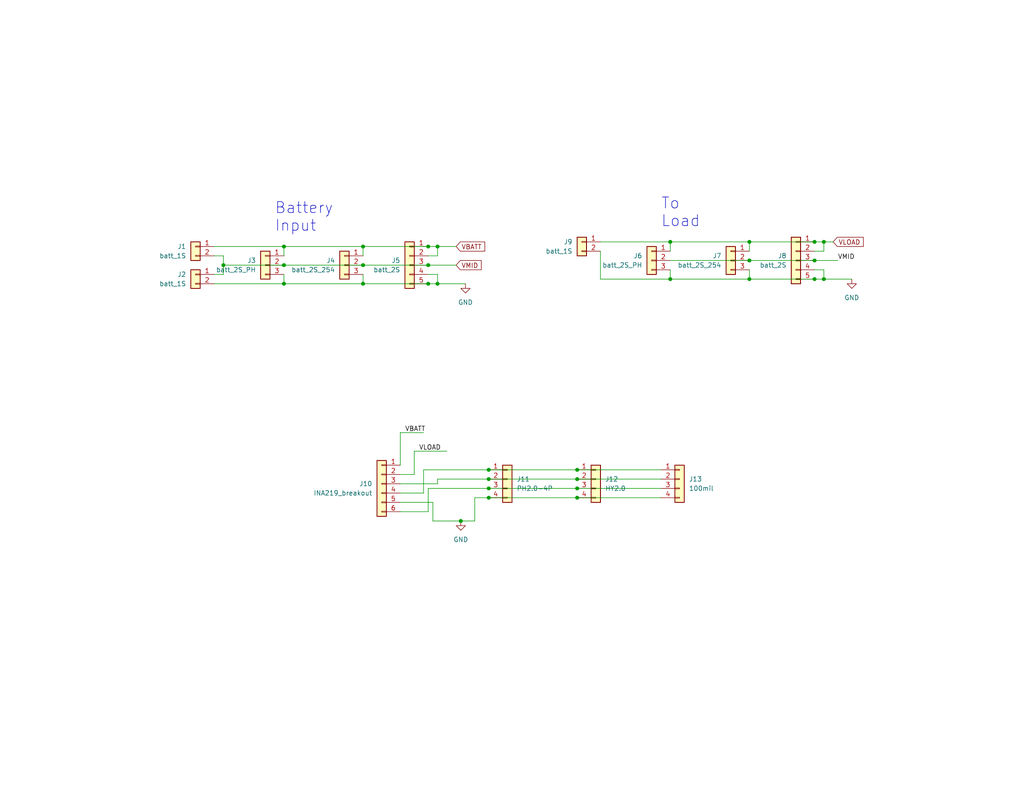
<source format=kicad_sch>
(kicad_sch (version 20230121) (generator eeschema)
  (paper "USLetter")
  (title_block (title "Battery to INA219 module to load") (date "2023-06-18") (comment 1 "Dan White") (comment 2 "Electrical and Computer Engineering") (comment 3 "Valparaiso University"))
  (lib_symbols
    (symbol "Connector_Generic:Conn_01x02" (pin_names (offset 1.016) hide)
      (property "Reference" "J" (at 0 2.54 0))
      (property "Value" "Conn_01x02" (at 0 -5.08 0))
      (symbol "Conn_01x02_1_1"
        (rectangle (start -1.27 -2.413) (end 0 -2.667) (stroke (width 0.1524)))
        (rectangle (start -1.27 0.127) (end 0 -0.127) (stroke (width 0.1524)))
        (rectangle (start -1.27 1.27) (end 1.27 -3.81) (stroke (width 0.254)) (fill (type background)))
        (pin passive line (at -5.08 0 0) (length 3.81) (name "Pin_1") (number "1"))
        (pin passive line (at -5.08 -2.54 0) (length 3.81) (name "Pin_2") (number "2"))
      )
    )
    (symbol "Connector_Generic:Conn_01x03" (pin_names (offset 1.016) hide)
      (property "Reference" "J" (at 0 5.08 0))
      (property "Value" "Conn_01x03" (at 0 -5.08 0))
      (symbol "Conn_01x03_1_1"
        (rectangle (start -1.27 -2.413) (end 0 -2.667) (stroke (width 0.1524)))
        (rectangle (start -1.27 0.127) (end 0 -0.127) (stroke (width 0.1524)))
        (rectangle (start -1.27 2.667) (end 0 2.413) (stroke (width 0.1524)))
        (rectangle (start -1.27 3.81) (end 1.27 -3.81) (stroke (width 0.254)) (fill (type background)))
        (pin passive line (at -5.08 2.54 0) (length 3.81) (name "Pin_1") (number "1"))
        (pin passive line (at -5.08 0 0) (length 3.81) (name "Pin_2") (number "2"))
        (pin passive line (at -5.08 -2.54 0) (length 3.81) (name "Pin_3") (number "3"))
      )
    )
    (symbol "Connector_Generic:Conn_01x04" (pin_names (offset 1.016) hide)
      (property "Reference" "J" (at 0 5.08 0))
      (property "Value" "Conn_01x04" (at 0 -7.62 0))
      (symbol "Conn_01x04_1_1"
        (rectangle (start -1.27 -4.953) (end 0 -5.207) (stroke (width 0.1524)))
        (rectangle (start -1.27 -2.413) (end 0 -2.667) (stroke (width 0.1524)))
        (rectangle (start -1.27 0.127) (end 0 -0.127) (stroke (width 0.1524)))
        (rectangle (start -1.27 2.667) (end 0 2.413) (stroke (width 0.1524)))
        (rectangle (start -1.27 3.81) (end 1.27 -6.35) (stroke (width 0.254)) (fill (type background)))
        (pin passive line (at -5.08 2.54 0) (length 3.81) (name "Pin_1") (number "1"))
        (pin passive line (at -5.08 0 0) (length 3.81) (name "Pin_2") (number "2"))
        (pin passive line (at -5.08 -2.54 0) (length 3.81) (name "Pin_3") (number "3"))
        (pin passive line (at -5.08 -5.08 0) (length 3.81) (name "Pin_4") (number "4"))
      )
    )
    (symbol "Connector_Generic:Conn_01x05" (pin_names (offset 1.016) hide)
      (property "Reference" "J" (at 0 7.62 0))
      (property "Value" "Conn_01x05" (at 0 -7.62 0))
      (symbol "Conn_01x05_1_1"
        (rectangle (start -1.27 -4.953) (end 0 -5.207) (stroke (width 0.1524)))
        (rectangle (start -1.27 -2.413) (end 0 -2.667) (stroke (width 0.1524)))
        (rectangle (start -1.27 0.127) (end 0 -0.127) (stroke (width 0.1524)))
        (rectangle (start -1.27 2.667) (end 0 2.413) (stroke (width 0.1524)))
        (rectangle (start -1.27 5.207) (end 0 4.953) (stroke (width 0.1524)))
        (rectangle (start -1.27 6.35) (end 1.27 -6.35) (stroke (width 0.254)) (fill (type background)))
        (pin passive line (at -5.08 5.08 0) (length 3.81) (name "Pin_1") (number "1"))
        (pin passive line (at -5.08 2.54 0) (length 3.81) (name "Pin_2") (number "2"))
        (pin passive line (at -5.08 0 0) (length 3.81) (name "Pin_3") (number "3"))
        (pin passive line (at -5.08 -2.54 0) (length 3.81) (name "Pin_4") (number "4"))
        (pin passive line (at -5.08 -5.08 0) (length 3.81) (name "Pin_5") (number "5"))
      )
    )
    (symbol "Connector_Generic:Conn_01x06" (pin_names (offset 1.016) hide)
      (property "Reference" "J4" (at 2.54 0 0))
      (property "Value" "Conn_01x06" (at 2.54 -2.54 0))
      (symbol "Conn_01x06_1_1"
        (rectangle (start -1.27 -7.493) (end 0 -7.747) (stroke (width 0.1524)))
        (rectangle (start -1.27 -4.953) (end 0 -5.207) (stroke (width 0.1524)))
        (rectangle (start -1.27 -2.413) (end 0 -2.667) (stroke (width 0.1524)))
        (rectangle (start -1.27 0.127) (end 0 -0.127) (stroke (width 0.1524)))
        (rectangle (start -1.27 2.667) (end 0 2.413) (stroke (width 0.1524)))
        (rectangle (start -1.27 5.207) (end 0 4.953) (stroke (width 0.1524)))
        (rectangle (start -1.27 6.35) (end 1.27 -8.89) (stroke (width 0.254)) (fill (type background)))
        (pin passive line (at -5.08 5.08 0) (length 3.81) (name "Pin_1") (number "1") (alternate "inp" passive line))
        (pin passive line (at -5.08 2.54 0) (length 3.81) (name "Pin_2") (number "2") (alternate "inm" passive line))
        (pin passive line (at -5.08 0 0) (length 3.81) (name "Pin_3") (number "3") (alternate "SDA" passive line))
        (pin passive line (at -5.08 -2.54 0) (length 3.81) (name "Pin_4") (number "4") (alternate "SCL" passive line))
        (pin passive line (at -5.08 -5.08 0) (length 3.81) (name "Pin_5") (number "5") (alternate "GND" passive line))
        (pin passive line (at -5.08 -7.62 0) (length 3.81) (name "Pin_6") (number "6") (alternate "VCC" passive line))
      )
    )
    (symbol "power:GND" (power) (pin_names (offset 0))
      (property "Value" "GND" (at 0 -3.81 0))
      (symbol "GND_0_1"
        (polyline (pts (xy 0 0) (xy 0 -1.27) (xy 1.27 -1.27) (xy 0 -2.54) (xy -1.27 -1.27) (xy 0 -1.27)))
      )
      (symbol "GND_1_1"
        (pin power_in line (at 0 0 270) (length 0) hide (name "GND") (number "1"))
      )
    )
  )
  (junction (at 119.38 67.31))
  (junction (at 133.35 128.27))
  (junction (at 119.38 77.47))
  (junction (at 157.48 128.27))
  (junction (at 125.73 142.24))
  (junction (at 182.88 66.04))
  (junction (at 60.96 72.39))
  (junction (at 204.47 66.04))
  (junction (at 77.47 67.31))
  (junction (at 99.06 67.31))
  (junction (at 224.79 76.2))
  (junction (at 116.84 77.47))
  (junction (at 222.25 71.12))
  (junction (at 77.47 77.47))
  (junction (at 222.25 76.2))
  (junction (at 133.35 130.81))
  (junction (at 116.84 67.31))
  (junction (at 157.48 133.35))
  (junction (at 224.79 66.04))
  (junction (at 204.47 76.2))
  (junction (at 222.25 66.04))
  (junction (at 99.06 77.47))
  (junction (at 99.06 72.39))
  (junction (at 182.88 76.2))
  (junction (at 116.84 72.39))
  (junction (at 77.47 72.39))
  (junction (at 157.48 130.81))
  (junction (at 133.35 135.89))
  (junction (at 204.47 71.12))
  (junction (at 157.48 135.89))
  (junction (at 133.35 133.35))
  (wire (pts (xy 99.06 74.93) (xy 99.06 77.47)))
  (wire (pts (xy 118.11 137.16) (xy 118.11 142.24)))
  (wire (pts (xy 116.84 69.85) (xy 119.38 69.85)))
  (wire (pts (xy 99.06 67.31) (xy 99.06 69.85)))
  (wire (pts (xy 77.47 77.47) (xy 99.06 77.47)))
  (wire (pts (xy 182.88 71.12) (xy 204.47 71.12)))
  (wire (pts (xy 163.83 76.2) (xy 182.88 76.2)))
  (wire (pts (xy 116.84 72.39) (xy 124.46 72.39)))
  (wire (pts (xy 204.47 66.04) (xy 222.25 66.04)))
  (wire (pts (xy 133.35 130.81) (xy 157.48 130.81)))
  (wire (pts (xy 157.48 135.89) (xy 180.34 135.89)))
  (wire (pts (xy 109.22 137.16) (xy 118.11 137.16)))
  (wire (pts (xy 222.25 68.58) (xy 224.79 68.58)))
  (wire (pts (xy 222.25 66.04) (xy 224.79 66.04)))
  (wire (pts (xy 182.88 76.2) (xy 204.47 76.2)))
  (wire (pts (xy 60.96 74.93) (xy 58.42 74.93)))
  (wire (pts (xy 224.79 73.66) (xy 224.79 76.2)))
  (wire (pts (xy 116.84 139.7) (xy 109.22 139.7)))
  (wire (pts (xy 58.42 67.31) (xy 77.47 67.31)))
  (wire (pts (xy 125.73 142.24) (xy 129.54 142.24)))
  (wire (pts (xy 127 77.47) (xy 119.38 77.47)))
  (wire (pts (xy 116.84 133.35) (xy 116.84 139.7)))
  (wire (pts (xy 119.38 67.31) (xy 124.46 67.31)))
  (wire (pts (xy 77.47 74.93) (xy 77.47 77.47)))
  (wire (pts (xy 99.06 72.39) (xy 116.84 72.39)))
  (wire (pts (xy 116.84 77.47) (xy 119.38 77.47)))
  (wire (pts (xy 113.03 123.19) (xy 121.92 123.19)))
  (wire (pts (xy 182.88 66.04) (xy 182.88 68.58)))
  (wire (pts (xy 99.06 67.31) (xy 116.84 67.31)))
  (wire (pts (xy 232.41 76.2) (xy 224.79 76.2)))
  (wire (pts (xy 119.38 69.85) (xy 119.38 67.31)))
  (wire (pts (xy 58.42 77.47) (xy 77.47 77.47)))
  (wire (pts (xy 60.96 72.39) (xy 77.47 72.39)))
  (wire (pts (xy 60.96 69.85) (xy 60.96 72.39)))
  (wire (pts (xy 163.83 66.04) (xy 182.88 66.04)))
  (wire (pts (xy 58.42 69.85) (xy 60.96 69.85)))
  (wire (pts (xy 163.83 68.58) (xy 163.83 76.2)))
  (wire (pts (xy 157.48 128.27) (xy 180.34 128.27)))
  (wire (pts (xy 109.22 129.54) (xy 113.03 129.54)))
  (wire (pts (xy 204.47 66.04) (xy 204.47 68.58)))
  (wire (pts (xy 115.57 128.27) (xy 133.35 128.27)))
  (wire (pts (xy 77.47 67.31) (xy 99.06 67.31)))
  (wire (pts (xy 133.35 133.35) (xy 157.48 133.35)))
  (wire (pts (xy 133.35 135.89) (xy 157.48 135.89)))
  (wire (pts (xy 77.47 67.31) (xy 77.47 69.85)))
  (wire (pts (xy 133.35 130.81) (xy 119.38 130.81)))
  (wire (pts (xy 109.22 118.11) (xy 115.57 118.11)))
  (wire (pts (xy 109.22 127) (xy 109.22 118.11)))
  (wire (pts (xy 133.35 128.27) (xy 157.48 128.27)))
  (wire (pts (xy 116.84 67.31) (xy 119.38 67.31)))
  (wire (pts (xy 204.47 76.2) (xy 222.25 76.2)))
  (wire (pts (xy 204.47 71.12) (xy 222.25 71.12)))
  (wire (pts (xy 133.35 133.35) (xy 116.84 133.35)))
  (wire (pts (xy 109.22 134.62) (xy 115.57 134.62)))
  (wire (pts (xy 222.25 76.2) (xy 224.79 76.2)))
  (wire (pts (xy 99.06 77.47) (xy 116.84 77.47)))
  (wire (pts (xy 118.11 142.24) (xy 125.73 142.24)))
  (wire (pts (xy 129.54 135.89) (xy 133.35 135.89)))
  (wire (pts (xy 157.48 130.81) (xy 180.34 130.81)))
  (wire (pts (xy 109.22 132.08) (xy 119.38 132.08)))
  (wire (pts (xy 77.47 72.39) (xy 99.06 72.39)))
  (wire (pts (xy 157.48 133.35) (xy 180.34 133.35)))
  (wire (pts (xy 182.88 73.66) (xy 182.88 76.2)))
  (wire (pts (xy 115.57 134.62) (xy 115.57 128.27)))
  (wire (pts (xy 224.79 66.04) (xy 227.33 66.04)))
  (wire (pts (xy 119.38 74.93) (xy 119.38 77.47)))
  (wire (pts (xy 222.25 71.12) (xy 228.6 71.12)))
  (wire (pts (xy 119.38 130.81) (xy 119.38 132.08)))
  (wire (pts (xy 116.84 74.93) (xy 119.38 74.93)))
  (wire (pts (xy 222.25 73.66) (xy 224.79 73.66)))
  (wire (pts (xy 113.03 129.54) (xy 113.03 123.19)))
  (wire (pts (xy 129.54 142.24) (xy 129.54 135.89)))
  (wire (pts (xy 182.88 66.04) (xy 204.47 66.04)))
  (wire (pts (xy 204.47 73.66) (xy 204.47 76.2)))
  (wire (pts (xy 224.79 68.58) (xy 224.79 66.04)))
  (wire (pts (xy 60.96 72.39) (xy 60.96 74.93)))
  (text "Battery\nInput" (at 74.93 63.5 0) (effects (font (size 3 3)) (justify left bottom)))
  (text "To\nLoad" (at 180.34 62.23 0) (effects (font (size 3 3)) (justify left bottom)))
  (label "VLOAD" (at 114.3 123.19 0))
  (label "VBATT" (at 110.49 118.11 0))
  (label "VMID" (at 228.6 71.12 0))
  (global_label "VMID" (shape input) (at 124.46 72.39 0) (property "Intersheetrefs" "${INTERSHEET_REFS}" (effects hide)))
  (global_label "VBATT" (shape input) (at 124.46 67.31 0) (property "Intersheetrefs" "${INTERSHEET_REFS}" (effects hide)))
  (global_label "VLOAD" (shape input) (at 227.33 66.04 0) (property "Intersheetrefs" "${INTERSHEET_REFS}" (effects hide)))
  (symbol (lib_id "Connector_Generic:Conn_01x03") (at 93.98 72.39 0) (mirror y) (unit 1)
    (property "Reference" "J4" (at 91.44 71.12 0) (effects (justify left)))
    (property "Value" "batt_2S_254" (at 91.44 73.66 0) (effects (justify left)))
    (property "Footprint" "Connector_PinHeader_2.54mm:PinHeader_1x03_P2.54mm_Vertical" (effects hide))
  )
  (symbol (lib_id "Connector_Generic:Conn_01x05") (at 111.76 72.39 0) (mirror y) (unit 1)
    (property "Reference" "J5" (at 109.22 71.12 0) (effects (justify left)))
    (property "Value" "batt_2S" (at 109.22 73.66 0) (effects (justify left)))
    (property "Footprint" "Connector_JST:JST_PH_B5B-PH-K_1x05_P2.00mm_Vertical" (effects hide))
  )
  (symbol (lib_id "Connector_Generic:Conn_01x04") (at 185.42 130.81 0) (unit 1)
    (property "Reference" "J13" (at 187.96 130.81 0) (effects (justify left)))
    (property "Value" "100mil" (at 187.96 133.35 0) (effects (justify left)))
    (property "Footprint" "Connector_PinHeader_2.54mm:PinHeader_1x04_P2.54mm_Vertical" (effects hide))
  )
  (symbol (lib_id "Connector_Generic:Conn_01x02") (at 158.75 66.04 0) (mirror y) (unit 1)
    (property "Reference" "J9" (at 156.21 66.04 0) (effects (justify left)))
    (property "Value" "batt_1S" (at 156.21 68.58 0) (effects (justify left)))
    (property "Footprint" "Connector_JST:JST_PH_B2B-PH-K_1x02_P2.00mm_Vertical" (effects hide))
  )
  (symbol (lib_id "power:GND") (at 232.41 76.2 0) (unit 1)
    (property "Reference" "#PWR02" (effects hide))
    (property "Value" "GND" (at 232.41 81.28 0))
  )
  (symbol (lib_id "Connector_Generic:Conn_01x04") (at 138.43 130.81 0) (unit 1)
    (property "Reference" "J11" (at 140.97 130.81 0) (effects (justify left)))
    (property "Value" "PH2.0-4P" (at 140.97 133.35 0) (effects (justify left)))
    (property "Footprint" "Connector_JST:JST_PH_B4B-PH-K_1x04_P2.00mm_Vertical" (effects hide))
  )
  (symbol (lib_id "Connector_Generic:Conn_01x03") (at 177.8 71.12 0) (mirror y) (unit 1)
    (property "Reference" "J6" (at 175.26 69.85 0) (effects (justify left)))
    (property "Value" "batt_2S_PH" (at 175.26 72.39 0) (effects (justify left)))
    (property "Footprint" "Connector_JST:JST_PH_B3B-PH-K_1x03_P2.00mm_Vertical" (effects hide))
  )
  (symbol (lib_id "power:GND") (at 127 77.47 0) (unit 1)
    (property "Reference" "#PWR01" (effects hide))
    (property "Value" "GND" (at 127 82.55 0))
  )
  (symbol (lib_id "Connector_Generic:Conn_01x04") (at 162.56 130.81 0) (unit 1)
    (property "Reference" "J12" (at 165.1 130.81 0) (effects (justify left)))
    (property "Value" "HY2.0" (at 165.1 133.35 0) (effects (justify left)))
    (property "Footprint" "Connector_PinHeader_2.00mm:PinHeader_1x04_P2.00mm_Vertical" (effects hide))
  )
  (symbol (lib_id "Connector_Generic:Conn_01x03") (at 199.39 71.12 0) (mirror y) (unit 1)
    (property "Reference" "J7" (at 196.85 69.85 0) (effects (justify left)))
    (property "Value" "batt_2S_254" (at 196.85 72.39 0) (effects (justify left)))
    (property "Footprint" "Connector_PinHeader_2.54mm:PinHeader_1x03_P2.54mm_Vertical" (effects hide))
  )
  (symbol (lib_id "power:GND") (at 125.73 142.24 0) (unit 1)
    (property "Reference" "#PWR03" (effects hide))
    (property "Value" "GND" (at 125.73 147.32 0))
  )
  (symbol (lib_id "Connector_Generic:Conn_01x05") (at 217.17 71.12 0) (mirror y) (unit 1)
    (property "Reference" "J8" (at 214.63 69.85 0) (effects (justify left)))
    (property "Value" "batt_2S" (at 214.63 72.39 0) (effects (justify left)))
    (property "Footprint" "Connector_JST:JST_PH_B5B-PH-K_1x05_P2.00mm_Vertical" (effects hide))
  )
  (symbol (lib_id "Connector_Generic:Conn_01x02") (at 53.34 67.31 0) (mirror y) (unit 1)
    (property "Reference" "J1" (at 50.8 67.31 0) (effects (justify left)))
    (property "Value" "batt_1S" (at 50.8 69.85 0) (effects (justify left)))
    (property "Footprint" "Connector_JST:JST_PH_B2B-PH-K_1x02_P2.00mm_Vertical" (effects hide))
  )
  (symbol (lib_id "Connector_Generic:Conn_01x03") (at 72.39 72.39 0) (mirror y) (unit 1)
    (property "Reference" "J3" (at 69.85 71.12 0) (effects (justify left)))
    (property "Value" "batt_2S_PH" (at 69.85 73.66 0) (effects (justify left)))
    (property "Footprint" "Connector_JST:JST_PH_B3B-PH-K_1x03_P2.00mm_Vertical" (effects hide))
  )
  (symbol (lib_id "Connector_Generic:Conn_01x06") (at 104.14 132.08 0) (mirror y) (unit 1)
    (property "Reference" "J10" (at 101.6 132.08 0) (effects (justify left)))
    (property "Value" "INA219_breakout" (at 101.6 134.62 0) (effects (justify left)))
    (property "Footprint" "Connector_PinHeader_2.54mm:PinHeader_1x06_P2.54mm_Vertical" (effects hide))
    (pin "1" (alternate "inp"))
    (pin "2" (alternate "inm"))
    (pin "3" (alternate "SDA"))
    (pin "4" (alternate "SCL"))
    (pin "5" (alternate "GND"))
    (pin "6" (alternate "VCC"))
  )
  (symbol (lib_id "Connector_Generic:Conn_01x02") (at 53.34 74.93 0) (mirror y) (unit 1)
    (property "Reference" "J2" (at 50.8 74.93 0) (effects (justify left)))
    (property "Value" "batt_1S" (at 50.8 77.47 0) (effects (justify left)))
    (property "Footprint" "Connector_JST:JST_PH_B2B-PH-K_1x02_P2.00mm_Vertical" (effects hide))
  )
)
</source>
